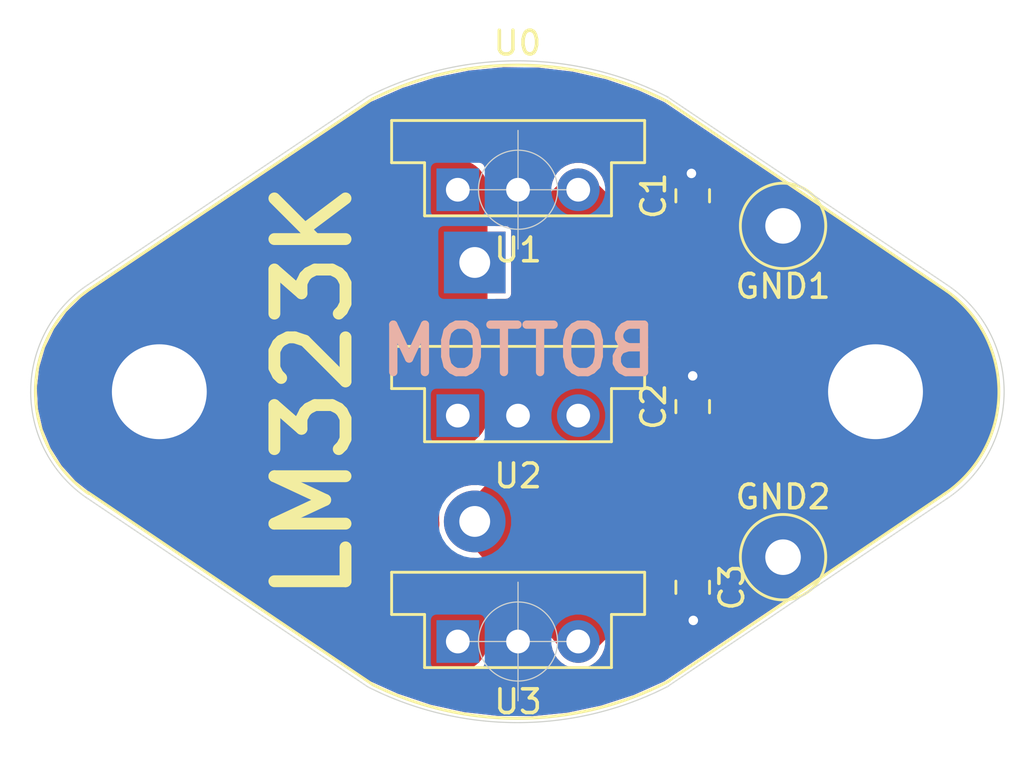
<source format=kicad_pcb>
(kicad_pcb (version 20171130) (host pcbnew "(5.1.2)-1")

  (general
    (thickness 1.6)
    (drawings 6)
    (tracks 105)
    (zones 0)
    (modules 9)
    (nets 4)
  )

  (page A4)
  (layers
    (0 F.Cu signal)
    (31 B.Cu signal hide)
    (32 B.Adhes user hide)
    (33 F.Adhes user hide)
    (34 B.Paste user hide)
    (35 F.Paste user hide)
    (36 B.SilkS user)
    (37 F.SilkS user)
    (38 B.Mask user hide)
    (39 F.Mask user hide)
    (40 Dwgs.User user hide)
    (41 Cmts.User user hide)
    (42 Eco1.User user hide)
    (43 Eco2.User user hide)
    (44 Edge.Cuts user)
    (45 Margin user hide)
    (46 B.CrtYd user hide)
    (47 F.CrtYd user hide)
    (48 B.Fab user)
    (49 F.Fab user)
  )

  (setup
    (last_trace_width 0.25)
    (user_trace_width 0.44)
    (user_trace_width 1.5)
    (user_trace_width 2)
    (user_trace_width 2.5)
    (trace_clearance 0.2)
    (zone_clearance 0.234)
    (zone_45_only no)
    (trace_min 0.2)
    (via_size 0.8)
    (via_drill 0.4)
    (via_min_size 0.4)
    (via_min_drill 0.3)
    (uvia_size 0.3)
    (uvia_drill 0.1)
    (uvias_allowed no)
    (uvia_min_size 0.2)
    (uvia_min_drill 0.1)
    (edge_width 0.05)
    (segment_width 0.2)
    (pcb_text_width 0.3)
    (pcb_text_size 1.5 1.5)
    (mod_edge_width 0.12)
    (mod_text_size 1 1)
    (mod_text_width 0.15)
    (pad_size 2.6 2.6)
    (pad_drill 1.3)
    (pad_to_mask_clearance 0.051)
    (solder_mask_min_width 0.25)
    (aux_axis_origin 95.504 48.641)
    (visible_elements 7FFFFFFF)
    (pcbplotparams
      (layerselection 0x010f0_ffffffff)
      (usegerberextensions false)
      (usegerberattributes false)
      (usegerberadvancedattributes false)
      (creategerberjobfile false)
      (excludeedgelayer true)
      (linewidth 0.100000)
      (plotframeref false)
      (viasonmask false)
      (mode 1)
      (useauxorigin false)
      (hpglpennumber 1)
      (hpglpenspeed 20)
      (hpglpendiameter 15.000000)
      (psnegative false)
      (psa4output false)
      (plotreference true)
      (plotvalue true)
      (plotinvisibletext false)
      (padsonsilk false)
      (subtractmaskfromsilk false)
      (outputformat 1)
      (mirror false)
      (drillshape 0)
      (scaleselection 1)
      (outputdirectory "gerber/"))
  )

  (net 0 "")
  (net 1 "Net-(C1-Pad1)")
  (net 2 GND)
  (net 3 "Net-(U0-Pad1)")

  (net_class Default "This is the default net class."
    (clearance 0.2)
    (trace_width 0.25)
    (via_dia 0.8)
    (via_drill 0.4)
    (uvia_dia 0.3)
    (uvia_drill 0.1)
    (add_net GND)
    (add_net "Net-(C1-Pad1)")
    (add_net "Net-(U0-Pad1)")
  )

  (module Capacitor_SMD:C_0805_2012Metric_Pad1.15x1.40mm_HandSolder (layer F.Cu) (tedit 5B36C52B) (tstamp 5E8BE166)
    (at 102.87 48.895 90)
    (descr "Capacitor SMD 0805 (2012 Metric), square (rectangular) end terminal, IPC_7351 nominal with elongated pad for handsoldering. (Body size source: https://docs.google.com/spreadsheets/d/1BsfQQcO9C6DZCsRaXUlFlo91Tg2WpOkGARC1WS5S8t0/edit?usp=sharing), generated with kicad-footprint-generator")
    (tags "capacitor handsolder")
    (path /5E8C3BC8)
    (attr smd)
    (fp_text reference C1 (at 0 -1.65 90) (layer F.SilkS)
      (effects (font (size 1 1) (thickness 0.15)))
    )
    (fp_text value C_Small (at 0 1.65 90) (layer F.Fab)
      (effects (font (size 1 1) (thickness 0.15)))
    )
    (fp_line (start -1 0.6) (end -1 -0.6) (layer F.Fab) (width 0.1))
    (fp_line (start -1 -0.6) (end 1 -0.6) (layer F.Fab) (width 0.1))
    (fp_line (start 1 -0.6) (end 1 0.6) (layer F.Fab) (width 0.1))
    (fp_line (start 1 0.6) (end -1 0.6) (layer F.Fab) (width 0.1))
    (fp_line (start -0.261252 -0.71) (end 0.261252 -0.71) (layer F.SilkS) (width 0.12))
    (fp_line (start -0.261252 0.71) (end 0.261252 0.71) (layer F.SilkS) (width 0.12))
    (fp_line (start -1.85 0.95) (end -1.85 -0.95) (layer F.CrtYd) (width 0.05))
    (fp_line (start -1.85 -0.95) (end 1.85 -0.95) (layer F.CrtYd) (width 0.05))
    (fp_line (start 1.85 -0.95) (end 1.85 0.95) (layer F.CrtYd) (width 0.05))
    (fp_line (start 1.85 0.95) (end -1.85 0.95) (layer F.CrtYd) (width 0.05))
    (fp_text user %R (at 0 0 90) (layer F.Fab)
      (effects (font (size 0.5 0.5) (thickness 0.08)))
    )
    (pad 1 smd roundrect (at -1.025 0 90) (size 1.15 1.4) (layers F.Cu F.Paste F.Mask) (roundrect_rratio 0.217391)
      (net 1 "Net-(C1-Pad1)"))
    (pad 2 smd roundrect (at 1.025 0 90) (size 1.15 1.4) (layers F.Cu F.Paste F.Mask) (roundrect_rratio 0.217391)
      (net 2 GND))
    (model ${KISYS3DMOD}/Capacitor_SMD.3dshapes/C_0805_2012Metric.wrl
      (at (xyz 0 0 0))
      (scale (xyz 1 1 1))
      (rotate (xyz 0 0 0))
    )
  )

  (module Capacitor_SMD:C_0805_2012Metric_Pad1.15x1.40mm_HandSolder (layer F.Cu) (tedit 5B36C52B) (tstamp 5E8BE177)
    (at 102.87 57.785 90)
    (descr "Capacitor SMD 0805 (2012 Metric), square (rectangular) end terminal, IPC_7351 nominal with elongated pad for handsoldering. (Body size source: https://docs.google.com/spreadsheets/d/1BsfQQcO9C6DZCsRaXUlFlo91Tg2WpOkGARC1WS5S8t0/edit?usp=sharing), generated with kicad-footprint-generator")
    (tags "capacitor handsolder")
    (path /5E8C685D)
    (attr smd)
    (fp_text reference C2 (at 0 -1.65 90) (layer F.SilkS)
      (effects (font (size 1 1) (thickness 0.15)))
    )
    (fp_text value C_Small (at 0 1.65 90) (layer F.Fab)
      (effects (font (size 1 1) (thickness 0.15)))
    )
    (fp_text user %R (at 0 0 90) (layer F.Fab)
      (effects (font (size 0.5 0.5) (thickness 0.08)))
    )
    (fp_line (start 1.85 0.95) (end -1.85 0.95) (layer F.CrtYd) (width 0.05))
    (fp_line (start 1.85 -0.95) (end 1.85 0.95) (layer F.CrtYd) (width 0.05))
    (fp_line (start -1.85 -0.95) (end 1.85 -0.95) (layer F.CrtYd) (width 0.05))
    (fp_line (start -1.85 0.95) (end -1.85 -0.95) (layer F.CrtYd) (width 0.05))
    (fp_line (start -0.261252 0.71) (end 0.261252 0.71) (layer F.SilkS) (width 0.12))
    (fp_line (start -0.261252 -0.71) (end 0.261252 -0.71) (layer F.SilkS) (width 0.12))
    (fp_line (start 1 0.6) (end -1 0.6) (layer F.Fab) (width 0.1))
    (fp_line (start 1 -0.6) (end 1 0.6) (layer F.Fab) (width 0.1))
    (fp_line (start -1 -0.6) (end 1 -0.6) (layer F.Fab) (width 0.1))
    (fp_line (start -1 0.6) (end -1 -0.6) (layer F.Fab) (width 0.1))
    (pad 2 smd roundrect (at 1.025 0 90) (size 1.15 1.4) (layers F.Cu F.Paste F.Mask) (roundrect_rratio 0.217391)
      (net 2 GND))
    (pad 1 smd roundrect (at -1.025 0 90) (size 1.15 1.4) (layers F.Cu F.Paste F.Mask) (roundrect_rratio 0.217391)
      (net 1 "Net-(C1-Pad1)"))
    (model ${KISYS3DMOD}/Capacitor_SMD.3dshapes/C_0805_2012Metric.wrl
      (at (xyz 0 0 0))
      (scale (xyz 1 1 1))
      (rotate (xyz 0 0 0))
    )
  )

  (module Capacitor_SMD:C_0805_2012Metric_Pad1.15x1.40mm_HandSolder (layer F.Cu) (tedit 5B36C52B) (tstamp 5E8BE188)
    (at 102.87 65.405 270)
    (descr "Capacitor SMD 0805 (2012 Metric), square (rectangular) end terminal, IPC_7351 nominal with elongated pad for handsoldering. (Body size source: https://docs.google.com/spreadsheets/d/1BsfQQcO9C6DZCsRaXUlFlo91Tg2WpOkGARC1WS5S8t0/edit?usp=sharing), generated with kicad-footprint-generator")
    (tags "capacitor handsolder")
    (path /5E8C7327)
    (attr smd)
    (fp_text reference C3 (at 0 -1.65 90) (layer F.SilkS)
      (effects (font (size 1 1) (thickness 0.15)))
    )
    (fp_text value C_Small (at 0 1.65 90) (layer F.Fab)
      (effects (font (size 1 1) (thickness 0.15)))
    )
    (fp_line (start -1 0.6) (end -1 -0.6) (layer F.Fab) (width 0.1))
    (fp_line (start -1 -0.6) (end 1 -0.6) (layer F.Fab) (width 0.1))
    (fp_line (start 1 -0.6) (end 1 0.6) (layer F.Fab) (width 0.1))
    (fp_line (start 1 0.6) (end -1 0.6) (layer F.Fab) (width 0.1))
    (fp_line (start -0.261252 -0.71) (end 0.261252 -0.71) (layer F.SilkS) (width 0.12))
    (fp_line (start -0.261252 0.71) (end 0.261252 0.71) (layer F.SilkS) (width 0.12))
    (fp_line (start -1.85 0.95) (end -1.85 -0.95) (layer F.CrtYd) (width 0.05))
    (fp_line (start -1.85 -0.95) (end 1.85 -0.95) (layer F.CrtYd) (width 0.05))
    (fp_line (start 1.85 -0.95) (end 1.85 0.95) (layer F.CrtYd) (width 0.05))
    (fp_line (start 1.85 0.95) (end -1.85 0.95) (layer F.CrtYd) (width 0.05))
    (fp_text user %R (at 0 0 90) (layer F.Fab)
      (effects (font (size 0.5 0.5) (thickness 0.08)))
    )
    (pad 1 smd roundrect (at -1.025 0 270) (size 1.15 1.4) (layers F.Cu F.Paste F.Mask) (roundrect_rratio 0.217391)
      (net 1 "Net-(C1-Pad1)"))
    (pad 2 smd roundrect (at 1.025 0 270) (size 1.15 1.4) (layers F.Cu F.Paste F.Mask) (roundrect_rratio 0.217391)
      (net 2 GND))
    (model ${KISYS3DMOD}/Capacitor_SMD.3dshapes/C_0805_2012Metric.wrl
      (at (xyz 0 0 0))
      (scale (xyz 1 1 1))
      (rotate (xyz 0 0 0))
    )
  )

  (module CPU2:TO-3 (layer F.Cu) (tedit 5E8BA0BB) (tstamp 5E8BE1AC)
    (at 93.67833 51.708226)
    (descr "Transistor TO-3")
    (tags "TR TO-3 TO3 TO-204")
    (path /5E8BAE77)
    (fp_text reference U0 (at 1.8 -9.25) (layer F.SilkS)
      (effects (font (size 1 1) (thickness 0.15)))
    )
    (fp_text value LM323K (at 0 6.5) (layer F.Fab)
      (effects (font (size 1 1) (thickness 0.15)))
    )
    (fp_text user %R (at 0 4.25) (layer F.Fab)
      (effects (font (size 1 1) (thickness 0.15)))
    )
    (fp_line (start -4.38 -6.67) (end -16.11 1.32) (layer F.Fab) (width 0.1))
    (fp_line (start -4.38 17.57) (end -16.11 9.58) (layer F.Fab) (width 0.1))
    (fp_line (start 7.98 -6.67) (end 19.71 1.32) (layer F.Fab) (width 0.1))
    (fp_line (start 7.98 17.56) (end 19.71 9.58) (layer F.Fab) (width 0.1))
    (fp_line (start -4.3 -6.9) (end -16.2 1.1) (layer F.SilkS) (width 0.12))
    (fp_line (start -4.3 17.8) (end -16.3 9.7) (layer F.SilkS) (width 0.12))
    (fp_line (start 8.1 -6.8) (end 19.9 1.2) (layer F.SilkS) (width 0.12))
    (fp_line (start 8.1 17.7) (end 19.9 9.7) (layer F.SilkS) (width 0.12))
    (fp_line (start -4.5 -7) (end -16.4 1) (layer Edge.Cuts) (width 0.05))
    (fp_line (start -4.5 17.9) (end -16.4 9.9) (layer Edge.Cuts) (width 0.05))
    (fp_line (start 8.1 -7) (end 20 1) (layer Edge.Cuts) (width 0.05))
    (fp_line (start 8.1 17.9) (end 20 9.9) (layer Edge.Cuts) (width 0.05))
    (fp_circle (center 1.8 5.45) (end 11.8 5.45) (layer F.Fab) (width 0.1))
    (fp_circle (center -13.3 5.45) (end -15.3 5.45) (layer F.Fab) (width 0.1))
    (fp_circle (center 16.9 5.45) (end 18.9 5.45) (layer F.Fab) (width 0.1))
    (fp_arc (start 1.8 5.45) (end -4.38 -6.67) (angle 54) (layer F.Fab) (width 0.1))
    (fp_arc (start 1.8 5.45) (end -4.38 17.57) (angle -54) (layer F.Fab) (width 0.1))
    (fp_arc (start -13.3 5.45) (end -16.11 1.32) (angle -111.6) (layer F.Fab) (width 0.1))
    (fp_arc (start 16.9 5.45) (end 19.71 1.32) (angle 111.6) (layer F.Fab) (width 0.1))
    (fp_arc (start 1.8 5.45) (end -4.3 -6.9) (angle 54) (layer F.SilkS) (width 0.12))
    (fp_arc (start 1.8 5.45) (end -4.3 17.8) (angle -54) (layer F.SilkS) (width 0.12))
    (fp_arc (start -13.3 5.45) (end -16.2 1.1) (angle -111.6) (layer F.SilkS) (width 0.12))
    (fp_arc (start 16.9 5.45) (end 19.9 1.2) (angle 111.6) (layer F.SilkS) (width 0.12))
    (fp_arc (start 1.8 5.45) (end -4.5 -7) (angle 54) (layer Edge.Cuts) (width 0.05))
    (fp_arc (start 1.8 5.45) (end -4.5 17.9) (angle -54) (layer Edge.Cuts) (width 0.05))
    (fp_arc (start -13.3 5.45) (end -16.4 1) (angle -111.6) (layer Edge.Cuts) (width 0.05))
    (fp_arc (start 16.9 5.45) (end 20 1) (angle 111.6) (layer Edge.Cuts) (width 0.05))
    (pad 1 thru_hole rect (at 0 0) (size 2.6 2.6) (drill 1.3) (layers *.Cu *.Mask)
      (net 3 "Net-(U0-Pad1)"))
    (pad 2 thru_hole circle (at 0 10.92) (size 2.6 2.6) (drill 1.3) (layers *.Cu *.Mask)
      (net 1 "Net-(C1-Pad1)"))
    (pad 3 thru_hole circle (at -13.3 5.45) (size 6.35 6.35) (drill 4) (layers *.Cu *.Mask)
      (net 2 GND))
    (pad 3 thru_hole circle (at 16.9 5.45) (size 6.35 6.35) (drill 4) (layers *.Cu *.Mask)
      (net 2 GND))
    (model ${KISYS3DMOD}/Package_TO_SOT_THT.3dshapes/TO-3.wrl
      (at (xyz 0 0 0))
      (scale (xyz 1 1 1))
      (rotate (xyz 0 0 0))
    )
  )

  (module Converter_DCDC:Converter_DCDC_muRata_OKI-78SR_Vertical (layer F.Cu) (tedit 5BAE2432) (tstamp 5E8BE1D3)
    (at 92.964 48.641)
    (descr https://power.murata.com/data/power/oki-78sr.pdf)
    (tags "78sr3.3 78sr5 78sr9 78sr12 78srXX")
    (path /5E8BC825)
    (fp_text reference U1 (at 2.54 2.54 180) (layer F.SilkS)
      (effects (font (size 1 1) (thickness 0.15)))
    )
    (fp_text value 78SR (at 2.54 4.445 180) (layer F.Fab)
      (effects (font (size 1 1) (thickness 0.15)))
    )
    (fp_line (start -2.91 -5.44) (end -2.91 3.41) (layer F.CrtYd) (width 0.05))
    (fp_line (start 8 -5.44) (end -2.91 -5.44) (layer F.CrtYd) (width 0.05))
    (fp_line (start 8 3.41) (end 8 -5.44) (layer F.CrtYd) (width 0.05))
    (fp_line (start -2.91 3.41) (end 8 3.41) (layer F.CrtYd) (width 0.05))
    (fp_line (start -1.4 -1.14) (end -2.79 -1.14) (layer F.SilkS) (width 0.12))
    (fp_line (start -1.4 1.1) (end -1.4 -1.14) (layer F.SilkS) (width 0.12))
    (fp_line (start 6.48 1.1) (end -1.4 1.1) (layer F.SilkS) (width 0.12))
    (fp_line (start 6.48 -1.14) (end 6.48 1.1) (layer F.SilkS) (width 0.12))
    (fp_line (start 7.88 -1.14) (end 6.48 -1.14) (layer F.SilkS) (width 0.12))
    (fp_line (start 7.747 3.302) (end -2.667 3.302) (layer F.Fab) (width 0.1))
    (fp_line (start 7.747 -1.27) (end 7.747 3.302) (layer F.Fab) (width 0.1))
    (fp_line (start 7.747 -2.794) (end 7.747 -1.27) (layer F.Fab) (width 0.1))
    (fp_line (start -1.27 0.762) (end -1.27 -1.27) (layer F.Fab) (width 0.1))
    (fp_line (start 6.35 -1.27) (end 6.35 0.762) (layer F.Fab) (width 0.1))
    (fp_line (start 5.4864 0.762) (end 6.35 0.762) (layer F.Fab) (width 0.1))
    (fp_line (start 2.9464 0.762) (end 4.6736 0.762) (layer F.Fab) (width 0.1))
    (fp_line (start 0.4064 0.762) (end 2.1336 0.762) (layer F.Fab) (width 0.1))
    (fp_line (start -1.27 0.762) (end -0.4064 0.762) (layer F.Fab) (width 0.1))
    (fp_line (start 0.4064 0.762) (end -0.4064 0.762) (layer F.Fab) (width 0.1))
    (fp_line (start 2.9464 0.762) (end 2.1336 0.762) (layer F.Fab) (width 0.1))
    (fp_line (start 5.4864 0.762) (end 4.6736 0.762) (layer F.Fab) (width 0.1))
    (fp_line (start 7.366 -2.794) (end 7.366 -5.334) (layer F.Fab) (width 0.1))
    (fp_line (start 7.366 -5.334) (end -2.286 -5.334) (layer F.Fab) (width 0.1))
    (fp_line (start -2.286 -5.334) (end -2.286 -2.794) (layer F.Fab) (width 0.1))
    (fp_line (start -2.667 -2.794) (end 7.747 -2.794) (layer F.Fab) (width 0.1))
    (fp_line (start -2.667 -2.794) (end -2.667 -1.27) (layer F.Fab) (width 0.1))
    (fp_line (start -2.667 -1.27) (end 7.747 -1.27) (layer F.Fab) (width 0.1))
    (fp_line (start -2.667 -1.27) (end -2.667 3.302) (layer F.Fab) (width 0.1))
    (fp_text user %R (at 2.54 -1.9558 180) (layer F.Fab)
      (effects (font (size 1 1) (thickness 0.15)))
    )
    (fp_line (start 7.88 -1.15) (end 7.88 -2.92) (layer F.SilkS) (width 0.12))
    (fp_line (start 7.88 -2.92) (end -2.79 -2.92) (layer F.SilkS) (width 0.12))
    (fp_line (start -2.79 -2.92) (end -2.79 -1.14) (layer F.SilkS) (width 0.12))
    (pad 1 thru_hole rect (at 0 0) (size 1.8 1.8) (drill 1) (layers *.Cu *.Mask)
      (net 3 "Net-(U0-Pad1)"))
    (pad 2 thru_hole circle (at 2.54 0) (size 1.8 1.8) (drill 1) (layers *.Cu *.Mask)
      (net 2 GND))
    (pad 3 thru_hole circle (at 5.08 0) (size 1.8 1.8) (drill 1) (layers *.Cu *.Mask)
      (net 1 "Net-(C1-Pad1)"))
    (model ${KISYS3DMOD}/Converter_DCDC.3dshapes/Converter_DCDC_muRata_OKI-78sr_vertical.wrl
      (at (xyz 0 0 0))
      (scale (xyz 1 1 1))
      (rotate (xyz 0 0 0))
    )
  )

  (module Converter_DCDC:Converter_DCDC_muRata_OKI-78SR_Vertical (layer F.Cu) (tedit 5BAE2432) (tstamp 5E8BE1FA)
    (at 92.964 58.166)
    (descr https://power.murata.com/data/power/oki-78sr.pdf)
    (tags "78sr3.3 78sr5 78sr9 78sr12 78srXX")
    (path /5E8BC14B)
    (fp_text reference U2 (at 2.54 2.54 180) (layer F.SilkS)
      (effects (font (size 1 1) (thickness 0.15)))
    )
    (fp_text value L7805 (at 2.54 4.445 180) (layer F.Fab)
      (effects (font (size 1 1) (thickness 0.15)))
    )
    (fp_line (start -2.79 -2.92) (end -2.79 -1.14) (layer F.SilkS) (width 0.12))
    (fp_line (start 7.88 -2.92) (end -2.79 -2.92) (layer F.SilkS) (width 0.12))
    (fp_line (start 7.88 -1.15) (end 7.88 -2.92) (layer F.SilkS) (width 0.12))
    (fp_text user %R (at 2.54 -1.9558 180) (layer F.Fab)
      (effects (font (size 1 1) (thickness 0.15)))
    )
    (fp_line (start -2.667 -1.27) (end -2.667 3.302) (layer F.Fab) (width 0.1))
    (fp_line (start -2.667 -1.27) (end 7.747 -1.27) (layer F.Fab) (width 0.1))
    (fp_line (start -2.667 -2.794) (end -2.667 -1.27) (layer F.Fab) (width 0.1))
    (fp_line (start -2.667 -2.794) (end 7.747 -2.794) (layer F.Fab) (width 0.1))
    (fp_line (start -2.286 -5.334) (end -2.286 -2.794) (layer F.Fab) (width 0.1))
    (fp_line (start 7.366 -5.334) (end -2.286 -5.334) (layer F.Fab) (width 0.1))
    (fp_line (start 7.366 -2.794) (end 7.366 -5.334) (layer F.Fab) (width 0.1))
    (fp_line (start 5.4864 0.762) (end 4.6736 0.762) (layer F.Fab) (width 0.1))
    (fp_line (start 2.9464 0.762) (end 2.1336 0.762) (layer F.Fab) (width 0.1))
    (fp_line (start 0.4064 0.762) (end -0.4064 0.762) (layer F.Fab) (width 0.1))
    (fp_line (start -1.27 0.762) (end -0.4064 0.762) (layer F.Fab) (width 0.1))
    (fp_line (start 0.4064 0.762) (end 2.1336 0.762) (layer F.Fab) (width 0.1))
    (fp_line (start 2.9464 0.762) (end 4.6736 0.762) (layer F.Fab) (width 0.1))
    (fp_line (start 5.4864 0.762) (end 6.35 0.762) (layer F.Fab) (width 0.1))
    (fp_line (start 6.35 -1.27) (end 6.35 0.762) (layer F.Fab) (width 0.1))
    (fp_line (start -1.27 0.762) (end -1.27 -1.27) (layer F.Fab) (width 0.1))
    (fp_line (start 7.747 -2.794) (end 7.747 -1.27) (layer F.Fab) (width 0.1))
    (fp_line (start 7.747 -1.27) (end 7.747 3.302) (layer F.Fab) (width 0.1))
    (fp_line (start 7.747 3.302) (end -2.667 3.302) (layer F.Fab) (width 0.1))
    (fp_line (start 7.88 -1.14) (end 6.48 -1.14) (layer F.SilkS) (width 0.12))
    (fp_line (start 6.48 -1.14) (end 6.48 1.1) (layer F.SilkS) (width 0.12))
    (fp_line (start 6.48 1.1) (end -1.4 1.1) (layer F.SilkS) (width 0.12))
    (fp_line (start -1.4 1.1) (end -1.4 -1.14) (layer F.SilkS) (width 0.12))
    (fp_line (start -1.4 -1.14) (end -2.79 -1.14) (layer F.SilkS) (width 0.12))
    (fp_line (start -2.91 3.41) (end 8 3.41) (layer F.CrtYd) (width 0.05))
    (fp_line (start 8 3.41) (end 8 -5.44) (layer F.CrtYd) (width 0.05))
    (fp_line (start 8 -5.44) (end -2.91 -5.44) (layer F.CrtYd) (width 0.05))
    (fp_line (start -2.91 -5.44) (end -2.91 3.41) (layer F.CrtYd) (width 0.05))
    (pad 3 thru_hole circle (at 5.08 0) (size 1.8 1.8) (drill 1) (layers *.Cu *.Mask)
      (net 1 "Net-(C1-Pad1)"))
    (pad 2 thru_hole circle (at 2.54 0) (size 1.8 1.8) (drill 1) (layers *.Cu *.Mask)
      (net 2 GND))
    (pad 1 thru_hole rect (at 0 0) (size 1.8 1.8) (drill 1) (layers *.Cu *.Mask)
      (net 3 "Net-(U0-Pad1)"))
    (model ${KISYS3DMOD}/Converter_DCDC.3dshapes/Converter_DCDC_muRata_OKI-78sr_vertical.wrl
      (at (xyz 0 0 0))
      (scale (xyz 1 1 1))
      (rotate (xyz 0 0 0))
    )
  )

  (module Converter_DCDC:Converter_DCDC_muRata_OKI-78SR_Vertical (layer F.Cu) (tedit 5BAE2432) (tstamp 5E8BE221)
    (at 92.964 67.691)
    (descr https://power.murata.com/data/power/oki-78sr.pdf)
    (tags "78sr3.3 78sr5 78sr9 78sr12 78srXX")
    (path /5E8C304E)
    (fp_text reference U3 (at 2.54 2.54 180) (layer F.SilkS)
      (effects (font (size 1 1) (thickness 0.15)))
    )
    (fp_text value L7805 (at 2.54 4.445 180) (layer F.Fab)
      (effects (font (size 1 1) (thickness 0.15)))
    )
    (fp_line (start -2.79 -2.92) (end -2.79 -1.14) (layer F.SilkS) (width 0.12))
    (fp_line (start 7.88 -2.92) (end -2.79 -2.92) (layer F.SilkS) (width 0.12))
    (fp_line (start 7.88 -1.15) (end 7.88 -2.92) (layer F.SilkS) (width 0.12))
    (fp_text user %R (at 2.54 -1.9558 180) (layer F.Fab)
      (effects (font (size 1 1) (thickness 0.15)))
    )
    (fp_line (start -2.667 -1.27) (end -2.667 3.302) (layer F.Fab) (width 0.1))
    (fp_line (start -2.667 -1.27) (end 7.747 -1.27) (layer F.Fab) (width 0.1))
    (fp_line (start -2.667 -2.794) (end -2.667 -1.27) (layer F.Fab) (width 0.1))
    (fp_line (start -2.667 -2.794) (end 7.747 -2.794) (layer F.Fab) (width 0.1))
    (fp_line (start -2.286 -5.334) (end -2.286 -2.794) (layer F.Fab) (width 0.1))
    (fp_line (start 7.366 -5.334) (end -2.286 -5.334) (layer F.Fab) (width 0.1))
    (fp_line (start 7.366 -2.794) (end 7.366 -5.334) (layer F.Fab) (width 0.1))
    (fp_line (start 5.4864 0.762) (end 4.6736 0.762) (layer F.Fab) (width 0.1))
    (fp_line (start 2.9464 0.762) (end 2.1336 0.762) (layer F.Fab) (width 0.1))
    (fp_line (start 0.4064 0.762) (end -0.4064 0.762) (layer F.Fab) (width 0.1))
    (fp_line (start -1.27 0.762) (end -0.4064 0.762) (layer F.Fab) (width 0.1))
    (fp_line (start 0.4064 0.762) (end 2.1336 0.762) (layer F.Fab) (width 0.1))
    (fp_line (start 2.9464 0.762) (end 4.6736 0.762) (layer F.Fab) (width 0.1))
    (fp_line (start 5.4864 0.762) (end 6.35 0.762) (layer F.Fab) (width 0.1))
    (fp_line (start 6.35 -1.27) (end 6.35 0.762) (layer F.Fab) (width 0.1))
    (fp_line (start -1.27 0.762) (end -1.27 -1.27) (layer F.Fab) (width 0.1))
    (fp_line (start 7.747 -2.794) (end 7.747 -1.27) (layer F.Fab) (width 0.1))
    (fp_line (start 7.747 -1.27) (end 7.747 3.302) (layer F.Fab) (width 0.1))
    (fp_line (start 7.747 3.302) (end -2.667 3.302) (layer F.Fab) (width 0.1))
    (fp_line (start 7.88 -1.14) (end 6.48 -1.14) (layer F.SilkS) (width 0.12))
    (fp_line (start 6.48 -1.14) (end 6.48 1.1) (layer F.SilkS) (width 0.12))
    (fp_line (start 6.48 1.1) (end -1.4 1.1) (layer F.SilkS) (width 0.12))
    (fp_line (start -1.4 1.1) (end -1.4 -1.14) (layer F.SilkS) (width 0.12))
    (fp_line (start -1.4 -1.14) (end -2.79 -1.14) (layer F.SilkS) (width 0.12))
    (fp_line (start -2.91 3.41) (end 8 3.41) (layer F.CrtYd) (width 0.05))
    (fp_line (start 8 3.41) (end 8 -5.44) (layer F.CrtYd) (width 0.05))
    (fp_line (start 8 -5.44) (end -2.91 -5.44) (layer F.CrtYd) (width 0.05))
    (fp_line (start -2.91 -5.44) (end -2.91 3.41) (layer F.CrtYd) (width 0.05))
    (pad 3 thru_hole circle (at 5.08 0) (size 1.8 1.8) (drill 1) (layers *.Cu *.Mask)
      (net 1 "Net-(C1-Pad1)"))
    (pad 2 thru_hole circle (at 2.54 0) (size 1.8 1.8) (drill 1) (layers *.Cu *.Mask)
      (net 2 GND))
    (pad 1 thru_hole rect (at 0 0) (size 1.8 1.8) (drill 1) (layers *.Cu *.Mask)
      (net 3 "Net-(U0-Pad1)"))
    (model ${KISYS3DMOD}/Converter_DCDC.3dshapes/Converter_DCDC_muRata_OKI-78sr_vertical.wrl
      (at (xyz 0 0 0))
      (scale (xyz 1 1 1))
      (rotate (xyz 0 0 0))
    )
  )

  (module Connector_Pin:Pin_D1.3mm_L11.0mm_LooseFit (layer F.Cu) (tedit 5A1DC085) (tstamp 5E8BA842)
    (at 106.68 50.165)
    (descr "solder Pin_ diameter 1.3mm, hole diameter 1.5mm (loose fit), length 11.0mm")
    (tags "solder Pin_ loose fit")
    (path /5E8BB04A)
    (fp_text reference GND1 (at 0 2.55) (layer F.SilkS)
      (effects (font (size 1 1) (thickness 0.15)))
    )
    (fp_text value Conn_01x01 (at 0 -2.05) (layer F.Fab)
      (effects (font (size 1 1) (thickness 0.15)))
    )
    (fp_text user %R (at 0 2.55) (layer F.Fab)
      (effects (font (size 1 1) (thickness 0.15)))
    )
    (fp_circle (center 0 0) (end 2 0) (layer F.CrtYd) (width 0.05))
    (fp_circle (center 0 0) (end 0.65 -0.05) (layer F.Fab) (width 0.12))
    (fp_circle (center 0 0) (end 1.25 -0.05) (layer F.Fab) (width 0.12))
    (fp_circle (center 0 0) (end 1.8 0.05) (layer F.SilkS) (width 0.12))
    (pad 1 thru_hole circle (at 0 0) (size 3 3) (drill 1.5) (layers *.Cu *.Mask)
      (net 2 GND))
    (model ${KISYS3DMOD}/Connector_Pin.3dshapes/Pin_D1.3mm_L11.0mm_LooseFit.wrl
      (at (xyz 0 0 0))
      (scale (xyz 1 1 1))
      (rotate (xyz 0 0 0))
    )
  )

  (module Connector_Pin:Pin_D1.3mm_L11.0mm_LooseFit (layer F.Cu) (tedit 5A1DC085) (tstamp 5E8BA8C6)
    (at 106.68 64.135)
    (descr "solder Pin_ diameter 1.3mm, hole diameter 1.5mm (loose fit), length 11.0mm")
    (tags "solder Pin_ loose fit")
    (path /5E8BB583)
    (fp_text reference GND2 (at 0 -2.54) (layer F.SilkS)
      (effects (font (size 1 1) (thickness 0.15)))
    )
    (fp_text value Conn_01x01 (at 0 -2.05) (layer F.Fab)
      (effects (font (size 1 1) (thickness 0.15)))
    )
    (fp_text user %R (at 0 2.55) (layer F.Fab)
      (effects (font (size 1 1) (thickness 0.15)))
    )
    (fp_circle (center 0 0) (end 2 0) (layer F.CrtYd) (width 0.05))
    (fp_circle (center 0 0) (end 0.65 -0.05) (layer F.Fab) (width 0.12))
    (fp_circle (center 0 0) (end 1.25 -0.05) (layer F.Fab) (width 0.12))
    (fp_circle (center 0 0) (end 1.8 0.05) (layer F.SilkS) (width 0.12))
    (pad 1 thru_hole circle (at 0 0) (size 3 3) (drill 1.5) (layers *.Cu *.Mask)
      (net 2 GND))
    (model ${KISYS3DMOD}/Connector_Pin.3dshapes/Pin_D1.3mm_L11.0mm_LooseFit.wrl
      (at (xyz 0 0 0))
      (scale (xyz 1 1 1))
      (rotate (xyz 0 0 0))
    )
  )

  (gr_text BOTTOM (at 95.5294 55.4228) (layer B.SilkS)
    (effects (font (size 2 2) (thickness 0.35)) (justify mirror))
  )
  (gr_text LM323K (at 86.868 57.15 90) (layer F.SilkS)
    (effects (font (size 3 3) (thickness 0.5)))
  )
  (target plus (at 95.504 67.691) (size 5) (width 0.05) (layer Edge.Cuts) (tstamp 5E8BF5D8))
  (target plus (at 95.504 48.641) (size 5) (width 0.05) (layer Edge.Cuts))
  (gr_poly (pts (xy 101.6 38.1) (xy 116.84 38.1) (xy 116.84 76.2) (xy 101.6 76.2)) (layer B.Mask) (width 0.1) (tstamp 5E8BF55E))
  (gr_poly (pts (xy 73.66 38.1) (xy 88.9 38.1) (xy 88.9 76.2) (xy 73.66 76.2)) (layer B.Mask) (width 0.1))

  (segment (start 100.575 57.54) (end 100.575 51.698) (width 1.5) (layer F.Cu) (net 1) (tstamp 5E8BF4A8))
  (segment (start 101.981 50.165) (end 100.838 51.308) (width 1.5) (layer F.Cu) (net 1) (tstamp 5E8BF37C))
  (segment (start 101.473 58.928) (end 100.33 60.071) (width 1.5) (layer F.Cu) (net 1) (tstamp 5E8BF37C))
  (segment (start 94.56733 61.739226) (end 98.933 66.802) (width 1.5) (layer F.Cu) (net 1) (tstamp 5E8BF13E) (status 10))
  (segment (start 93.67833 62.628226) (end 98.044 67.691) (width 1.5) (layer F.Cu) (net 1) (tstamp 5E8BEEE0) (status 30))
  (segment (start 100.33 58.928) (end 100.33 63.928) (width 1.5) (layer F.Cu) (net 1) (tstamp 5E8BEEE0))
  (segment (start 98.044 48.641) (end 98.044 62.103) (width 1.5) (layer F.Cu) (net 1) (tstamp 5E8BEEE0) (status 10))
  (segment (start 97.409 50.165) (end 97.409 63.627) (width 1.5) (layer F.Cu) (net 1))
  (segment (start 98.044 48.641) (end 99.323 49.92) (width 1.5) (layer F.Cu) (net 1) (status 10))
  (segment (start 98.044 58.166) (end 98.688 58.81) (width 1.5) (layer F.Cu) (net 1) (status 10))
  (segment (start 101.355 64.38) (end 102.87 64.38) (width 1.5) (layer F.Cu) (net 1) (status 20))
  (segment (start 93.67833 62.628226) (end 96.121774 62.628226) (width 1.5) (layer F.Cu) (net 1) (status 10))
  (segment (start 101.355 64.38) (end 101.355 64.017) (width 1.5) (layer F.Cu) (net 1))
  (segment (start 99.305 58.81) (end 98.044 60.071) (width 1.5) (layer F.Cu) (net 1))
  (segment (start 99.704 58.81) (end 99.305 58.81) (width 1.5) (layer F.Cu) (net 1))
  (segment (start 98.044 60.071) (end 98.044 58.166) (width 1.5) (layer F.Cu) (net 1) (status 20))
  (segment (start 98.044 60.706) (end 98.044 60.071) (width 1.5) (layer F.Cu) (net 1))
  (segment (start 98.688 58.81) (end 99.704 58.81) (width 1.5) (layer F.Cu) (net 1))
  (segment (start 98.933 59.182) (end 99.305 58.81) (width 1.5) (layer F.Cu) (net 1))
  (segment (start 98.933 61.595) (end 98.044 60.706) (width 1.5) (layer F.Cu) (net 1))
  (segment (start 98.933 59.581) (end 99.704 58.81) (width 1.5) (layer F.Cu) (net 1))
  (segment (start 98.933 60.325) (end 98.933 59.581) (width 1.5) (layer F.Cu) (net 1))
  (segment (start 98.933 60.325) (end 98.933 59.182) (width 1.5) (layer F.Cu) (net 1))
  (segment (start 98.933 61.595) (end 98.933 60.325) (width 1.5) (layer F.Cu) (net 1))
  (segment (start 98.806 61.722) (end 98.933 61.595) (width 1.5) (layer F.Cu) (net 1))
  (segment (start 97.028 61.722) (end 98.806 61.722) (width 1.5) (layer F.Cu) (net 1))
  (segment (start 97.028 61.722) (end 98.044 60.706) (width 1.5) (layer F.Cu) (net 1))
  (segment (start 96.121774 62.628226) (end 97.028 61.722) (width 1.5) (layer F.Cu) (net 1))
  (segment (start 100.457 63.246) (end 100.5205 63.1825) (width 1.5) (layer F.Cu) (net 1))
  (segment (start 100.5205 63.1825) (end 98.933 61.595) (width 1.5) (layer F.Cu) (net 1))
  (segment (start 101.355 64.017) (end 100.5205 63.1825) (width 1.5) (layer F.Cu) (net 1))
  (segment (start 100.457 65.278) (end 101.355 64.38) (width 1.5) (layer F.Cu) (net 1))
  (segment (start 98.044 67.691) (end 100.457 65.278) (width 1.5) (layer F.Cu) (net 1) (status 10))
  (segment (start 94.978329 61.328227) (end 95.516773 61.328227) (width 1.5) (layer F.Cu) (net 1))
  (segment (start 93.67833 62.628226) (end 94.978329 61.328227) (width 1.5) (layer F.Cu) (net 1) (status 10))
  (segment (start 95.516773 61.328227) (end 97.282 59.563) (width 1.5) (layer F.Cu) (net 1))
  (segment (start 97.144001 59.065999) (end 98.044 58.166) (width 1.5) (layer F.Cu) (net 1) (status 20))
  (segment (start 97.144001 59.425001) (end 97.144001 59.065999) (width 1.5) (layer F.Cu) (net 1))
  (segment (start 97.282 59.563) (end 97.144001 59.425001) (width 1.5) (layer F.Cu) (net 1))
  (segment (start 96.121774 62.628226) (end 98.696226 62.628226) (width 1.5) (layer F.Cu) (net 1))
  (segment (start 100.457 65.278) (end 100.457 64.389) (width 1.5) (layer F.Cu) (net 1))
  (segment (start 100.457 64.389) (end 100.457 63.246) (width 1.5) (layer F.Cu) (net 1))
  (segment (start 99.187 65.275208) (end 99.187 63.119) (width 1.5) (layer F.Cu) (net 1))
  (segment (start 98.044 66.418208) (end 99.187 65.275208) (width 1.5) (layer F.Cu) (net 1))
  (segment (start 98.044 67.691) (end 98.044 66.418208) (width 1.5) (layer F.Cu) (net 1) (status 10))
  (segment (start 98.696226 62.628226) (end 99.187 63.119) (width 1.5) (layer F.Cu) (net 1))
  (segment (start 99.187 63.119) (end 100.457 64.389) (width 1.5) (layer F.Cu) (net 1))
  (segment (start 96.283226 62.628226) (end 98.044 64.389) (width 1.5) (layer F.Cu) (net 1))
  (segment (start 96.121774 62.628226) (end 96.283226 62.628226) (width 1.5) (layer F.Cu) (net 1))
  (segment (start 98.044 67.691) (end 98.044 64.389) (width 1.5) (layer F.Cu) (net 1) (status 10))
  (segment (start 98.044 64.389) (end 98.044 58.166) (width 1.5) (layer F.Cu) (net 1) (status 20))
  (segment (start 99.305 49.938) (end 99.323 49.92) (width 1.5) (layer F.Cu) (net 1))
  (segment (start 102.108 58.547) (end 100.965 57.404) (width 1.5) (layer F.Cu) (net 1))
  (segment (start 100.974 58.81) (end 100.448 58.81) (width 1.5) (layer F.Cu) (net 1))
  (segment (start 99.305 58.81) (end 99.305 57.667) (width 1.5) (layer F.Cu) (net 1))
  (segment (start 100.974 58.81) (end 102.87 58.81) (width 1.5) (layer F.Cu) (net 1) (status 20))
  (segment (start 99.704 58.81) (end 100.974 58.81) (width 1.5) (layer F.Cu) (net 1))
  (segment (start 99.432 51.825) (end 101.337 49.92) (width 1.5) (layer F.Cu) (net 1))
  (segment (start 99.305 51.825) (end 99.432 51.825) (width 1.5) (layer F.Cu) (net 1))
  (segment (start 101.337 49.92) (end 102.87 49.92) (width 1.5) (layer F.Cu) (net 1) (status 20))
  (segment (start 99.323 49.92) (end 101.337 49.92) (width 1.5) (layer F.Cu) (net 1))
  (segment (start 99.305 51.825) (end 99.305 49.938) (width 1.5) (layer F.Cu) (net 1))
  (segment (start 99.305 57.667) (end 99.305 51.825) (width 1.5) (layer F.Cu) (net 1))
  (segment (start 97.144001 57.266001) (end 97.144001 56.652999) (width 1.5) (layer F.Cu) (net 1))
  (segment (start 98.044 58.166) (end 97.144001 57.266001) (width 1.5) (layer F.Cu) (net 1) (status 10))
  (segment (start 97.144001 56.652999) (end 97.155 56.642) (width 1.5) (layer F.Cu) (net 1))
  (segment (start 97.155 56.642) (end 97.155 50.165) (width 1.5) (layer F.Cu) (net 1))
  (segment (start 97.144001 49.540999) (end 98.044 48.641) (width 1.5) (layer F.Cu) (net 1) (status 20))
  (segment (start 97.144001 50.154001) (end 97.144001 49.540999) (width 1.5) (layer F.Cu) (net 1))
  (segment (start 97.155 50.165) (end 97.144001 50.154001) (width 1.5) (layer F.Cu) (net 1))
  (via (at 102.8954 66.802) (size 0.8) (drill 0.4) (layers F.Cu B.Cu) (net 2) (status 30))
  (via (at 102.87 56.4896) (size 0.8) (drill 0.4) (layers F.Cu B.Cu) (net 2) (status 30))
  (segment (start 96.644208 46.228) (end 100.139166 46.228) (width 1.5) (layer F.Cu) (net 2))
  (segment (start 95.504 48.641) (end 95.504 47.368208) (width 1.5) (layer F.Cu) (net 2) (status 10))
  (segment (start 95.504 47.368208) (end 96.644208 46.228) (width 1.5) (layer F.Cu) (net 2))
  (segment (start 100.139166 46.228) (end 102.816727 47.952707) (width 1.5) (layer F.Cu) (net 2) (status 20))
  (via (at 102.816727 47.952707) (size 0.8) (drill 0.4) (layers F.Cu B.Cu) (net 2) (status 30))
  (segment (start 88.515329 58.670329) (end 88.515329 53.216671) (width 2.5) (layer F.Cu) (net 3) (tstamp 5E8BF1CF))
  (segment (start 90.928329 55.622329) (end 90.928329 50.168671) (width 2.5) (layer F.Cu) (net 3) (tstamp 5E8BF1CF))
  (segment (start 90.928329 60.702329) (end 90.928329 55.248671) (width 2.5) (layer F.Cu) (net 3) (tstamp 5E8BF1CF))
  (segment (start 92.964 52.422556) (end 93.67833 51.708226) (width 2.5) (layer F.Cu) (net 3) (status 30))
  (segment (start 92.964 58.166) (end 92.964 52.422556) (width 2.5) (layer F.Cu) (net 3) (status 30))
  (segment (start 92.964 50.993896) (end 92.964 48.641) (width 2.5) (layer F.Cu) (net 3) (status 30))
  (segment (start 93.67833 51.708226) (end 92.964 50.993896) (width 2.5) (layer F.Cu) (net 3) (status 30))
  (segment (start 92.964 48.641) (end 92.964 58.166) (width 2.5) (layer F.Cu) (net 3) (status 30))
  (segment (start 90.928329 60.201671) (end 92.964 58.166) (width 2.5) (layer F.Cu) (net 3) (status 20))
  (segment (start 92.456 48.641) (end 90.928329 50.168671) (width 2.5) (layer F.Cu) (net 3) (status 10))
  (segment (start 92.964 48.641) (end 92.456 48.641) (width 2.5) (layer F.Cu) (net 3) (status 30))
  (segment (start 90.928329 50.803671) (end 88.515329 53.216671) (width 2.5) (layer F.Cu) (net 3))
  (segment (start 90.928329 50.168671) (end 90.928329 50.803671) (width 2.5) (layer F.Cu) (net 3))
  (segment (start 92.964 65.983898) (end 90.928329 63.948227) (width 2.5) (layer F.Cu) (net 3))
  (segment (start 92.964 67.691) (end 92.964 65.983898) (width 2.5) (layer F.Cu) (net 3) (status 10))
  (segment (start 90.928329 63.948227) (end 90.928329 62.738) (width 2.5) (layer F.Cu) (net 3))
  (segment (start 90.928329 62.738) (end 90.928329 62.734329) (width 2.5) (layer F.Cu) (net 3))
  (segment (start 90.928329 62.734329) (end 90.043 61.849) (width 2.5) (layer F.Cu) (net 3))
  (segment (start 90.928329 60.201671) (end 90.928329 62.734329) (width 2.5) (layer F.Cu) (net 3))
  (segment (start 90.166329 60.201671) (end 90.928329 60.201671) (width 2.5) (layer F.Cu) (net 3))
  (segment (start 88.515329 58.550671) (end 90.166329 60.201671) (width 2.5) (layer F.Cu) (net 3))
  (segment (start 90.396624 67.282624) (end 88.515329 65.401329) (width 2.5) (layer F.Cu) (net 3))
  (segment (start 92.964 67.691) (end 91.74296 67.691) (width 2.5) (layer F.Cu) (net 3) (status 10))
  (segment (start 91.74296 67.691) (end 90.396624 67.282624) (width 2.5) (layer F.Cu) (net 3))
  (segment (start 88.515329 62.480329) (end 88.515329 63.496329) (width 2.5) (layer F.Cu) (net 3))
  (segment (start 88.515329 62.480329) (end 88.515329 58.550671) (width 2.5) (layer F.Cu) (net 3))
  (segment (start 88.515329 65.401329) (end 88.515329 62.480329) (width 2.5) (layer F.Cu) (net 3))
  (segment (start 88.515329 63.496329) (end 90.805 65.786) (width 2.5) (layer F.Cu) (net 3))

  (zone (net 2) (net_name GND) (layer F.Cu) (tstamp 5E8BA8E9) (hatch edge 0.508)
    (connect_pads yes (clearance 0.234))
    (min_thickness 0.234)
    (fill yes (arc_segments 32) (thermal_gap 0.508) (thermal_bridge_width 0.508))
    (polygon
      (pts
        (xy 73.66 40.64) (xy 116.84 40.64) (xy 116.84 73.66) (xy 73.66 73.66)
      )
    )
    (filled_polygon
      (pts
        (xy 96.344888 43.609217) (xy 97.779757 43.778017) (xy 99.188553 44.098332) (xy 100.556751 44.567024) (xy 101.610974 45.048785)
        (xy 113.452748 53.009642) (xy 114.119007 53.563021) (xy 114.674142 54.210987) (xy 115.112165 54.943224) (xy 115.42055 55.738789)
        (xy 115.590483 56.574951) (xy 115.617103 57.42778) (xy 115.499648 58.272912) (xy 115.241479 59.086163) (xy 114.849977 59.844288)
        (xy 114.336333 60.525615) (xy 113.709472 61.116086) (xy 113.373313 61.360212) (xy 101.614411 69.265357) (xy 100.356939 69.828101)
        (xy 98.982961 70.274785) (xy 97.569298 70.572934) (xy 96.131958 70.719174) (xy 94.687222 70.711849) (xy 93.251433 70.55104)
        (xy 91.84087 70.238571) (xy 90.470088 69.777504) (xy 89.361711 69.278439) (xy 77.597662 61.369836) (xy 76.921697 60.834308)
        (xy 76.35173 60.199342) (xy 75.896903 59.477428) (xy 75.570209 58.689196) (xy 75.380997 57.857193) (xy 75.334673 57.005203)
        (xy 75.432563 56.157589) (xy 75.671867 55.338586) (xy 76.045744 54.571607) (xy 76.543502 53.878593) (xy 77.156546 53.273793)
        (xy 77.231496 53.216671) (xy 86.906584 53.216671) (xy 86.91433 53.295316) (xy 86.914329 58.472035) (xy 86.906584 58.550671)
        (xy 86.914329 58.629306) (xy 86.914329 58.748974) (xy 86.91433 58.748983) (xy 86.914329 62.401683) (xy 86.914329 63.417694)
        (xy 86.906584 63.496329) (xy 86.914329 63.574964) (xy 86.914329 63.574975) (xy 86.91433 63.574981) (xy 86.914329 65.322693)
        (xy 86.906584 65.401329) (xy 86.914329 65.479964) (xy 86.914329 65.479974) (xy 86.937495 65.715179) (xy 87.029041 66.016968)
        (xy 87.177706 66.295099) (xy 87.377774 66.538884) (xy 87.438865 66.58902) (xy 89.153065 68.303221) (xy 89.153069 68.303227)
        (xy 89.210356 68.360512) (xy 89.320157 68.470313) (xy 89.320179 68.470331) (xy 89.376073 68.526223) (xy 89.441773 68.57012)
        (xy 89.502853 68.620247) (xy 89.572572 68.657513) (xy 89.638296 68.701426) (xy 89.711287 68.731658) (xy 89.780982 68.768911)
        (xy 89.856639 68.791861) (xy 89.856651 68.791866) (xy 89.934742 68.815553) (xy 90.082773 68.860457) (xy 90.082786 68.860458)
        (xy 91.290014 69.22664) (xy 91.429109 69.268834) (xy 91.507782 69.276583) (xy 91.585309 69.292002) (xy 91.690432 69.292)
        (xy 92.885354 69.292) (xy 92.964 69.299746) (xy 93.042645 69.292) (xy 93.042646 69.292) (xy 93.277851 69.268834)
        (xy 93.57964 69.177288) (xy 93.857771 69.028623) (xy 93.991032 68.919259) (xy 93.998972 68.91685) (xy 94.059949 68.884258)
        (xy 94.113395 68.840395) (xy 94.157258 68.786949) (xy 94.18985 68.725972) (xy 94.192259 68.718032) (xy 94.301623 68.584771)
        (xy 94.450288 68.30664) (xy 94.541834 68.004851) (xy 94.572746 67.691) (xy 94.565 67.612354) (xy 94.565 66.062544)
        (xy 94.572746 65.983898) (xy 94.541834 65.670047) (xy 94.531481 65.635917) (xy 94.450288 65.368258) (xy 94.301623 65.090127)
        (xy 94.186717 64.950113) (xy 94.151689 64.907431) (xy 94.151686 64.907428) (xy 94.101555 64.846343) (xy 94.040469 64.796211)
        (xy 93.523484 64.279226) (xy 93.648191 64.279226) (xy 96.821953 67.959771) (xy 96.841075 68.055903) (xy 96.935378 68.283571)
        (xy 97.072285 68.488466) (xy 97.246534 68.662715) (xy 97.451429 68.799622) (xy 97.679097 68.893925) (xy 97.920787 68.942)
        (xy 98.167213 68.942) (xy 98.408903 68.893925) (xy 98.636571 68.799622) (xy 98.841466 68.662715) (xy 99.015715 68.488466)
        (xy 99.152622 68.283571) (xy 99.246925 68.055903) (xy 99.249602 68.042447) (xy 99.644419 67.64763) (xy 99.655479 67.639843)
        (xy 99.720983 67.571065) (xy 101.197282 66.094767) (xy 101.239291 66.060291) (xy 101.273771 66.018277) (xy 101.811049 65.481)
        (xy 102.924085 65.481) (xy 103.085834 65.465069) (xy 103.293373 65.402113) (xy 103.484642 65.299877) (xy 103.519505 65.271266)
        (xy 103.550643 65.26182) (xy 103.654842 65.206125) (xy 103.746172 65.131172) (xy 103.821125 65.039842) (xy 103.87682 64.935643)
        (xy 103.911117 64.822581) (xy 103.922698 64.705001) (xy 103.922698 64.702547) (xy 103.955069 64.595834) (xy 103.976327 64.38)
        (xy 103.955069 64.164166) (xy 103.922698 64.057453) (xy 103.922698 64.054999) (xy 103.911117 63.937419) (xy 103.87682 63.824357)
        (xy 103.821125 63.720158) (xy 103.746172 63.628828) (xy 103.654842 63.553875) (xy 103.550643 63.49818) (xy 103.519505 63.488734)
        (xy 103.484642 63.460123) (xy 103.293373 63.357887) (xy 103.085834 63.294931) (xy 102.924085 63.279) (xy 102.17364 63.279)
        (xy 102.171768 63.276719) (xy 102.171766 63.276717) (xy 102.137291 63.234709) (xy 102.095282 63.200233) (xy 101.431 62.535952)
        (xy 101.431 60.527048) (xy 102.047049 59.911) (xy 102.924085 59.911) (xy 103.085834 59.895069) (xy 103.293373 59.832113)
        (xy 103.484642 59.729877) (xy 103.519505 59.701266) (xy 103.550643 59.69182) (xy 103.654842 59.636125) (xy 103.746172 59.561172)
        (xy 103.821125 59.469842) (xy 103.87682 59.365643) (xy 103.911117 59.252581) (xy 103.922698 59.135001) (xy 103.922698 59.132547)
        (xy 103.955069 59.025834) (xy 103.976327 58.81) (xy 103.955069 58.594166) (xy 103.922698 58.487453) (xy 103.922698 58.484999)
        (xy 103.911117 58.367419) (xy 103.87682 58.254357) (xy 103.821125 58.150158) (xy 103.746172 58.058828) (xy 103.654842 57.983875)
        (xy 103.550643 57.92818) (xy 103.519505 57.918734) (xy 103.484642 57.890123) (xy 103.293373 57.787887) (xy 103.085834 57.724931)
        (xy 102.924085 57.709) (xy 102.827049 57.709) (xy 101.70528 56.587232) (xy 101.676 56.563203) (xy 101.676 52.027048)
        (xy 102.682049 51.021) (xy 102.924085 51.021) (xy 103.085834 51.005069) (xy 103.293373 50.942113) (xy 103.484642 50.839877)
        (xy 103.519505 50.811266) (xy 103.550643 50.80182) (xy 103.654842 50.746125) (xy 103.746172 50.671172) (xy 103.821125 50.579842)
        (xy 103.87682 50.475643) (xy 103.911117 50.362581) (xy 103.922698 50.245001) (xy 103.922698 50.242547) (xy 103.955069 50.135834)
        (xy 103.976327 49.92) (xy 103.955069 49.704166) (xy 103.922698 49.597453) (xy 103.922698 49.594999) (xy 103.911117 49.477419)
        (xy 103.87682 49.364357) (xy 103.821125 49.260158) (xy 103.746172 49.168828) (xy 103.654842 49.093875) (xy 103.550643 49.03818)
        (xy 103.519505 49.028734) (xy 103.484642 49.000123) (xy 103.293373 48.897887) (xy 103.085834 48.834931) (xy 102.924085 48.819)
        (xy 101.391075 48.819) (xy 101.337 48.813674) (xy 101.282925 48.819) (xy 99.779049 48.819) (xy 99.249602 48.289553)
        (xy 99.246925 48.276097) (xy 99.152622 48.048429) (xy 99.015715 47.843534) (xy 98.841466 47.669285) (xy 98.636571 47.532378)
        (xy 98.408903 47.438075) (xy 98.167213 47.39) (xy 97.920787 47.39) (xy 97.679097 47.438075) (xy 97.451429 47.532378)
        (xy 97.246534 47.669285) (xy 97.072285 47.843534) (xy 96.935378 48.048429) (xy 96.841075 48.276097) (xy 96.838398 48.289553)
        (xy 96.403719 48.724233) (xy 96.361711 48.758708) (xy 96.327236 48.800716) (xy 96.327233 48.800719) (xy 96.224124 48.926358)
        (xy 96.142037 49.079932) (xy 96.121889 49.117626) (xy 96.058932 49.325165) (xy 96.043001 49.486914) (xy 96.043001 49.486924)
        (xy 96.037675 49.540999) (xy 96.043001 49.595074) (xy 96.043001 50.099926) (xy 96.037675 50.154001) (xy 96.043001 50.208076)
        (xy 96.043001 50.208085) (xy 96.054001 50.319769) (xy 96.054 56.48724) (xy 96.043001 56.598914) (xy 96.043001 56.598924)
        (xy 96.037675 56.652999) (xy 96.043001 56.707074) (xy 96.043001 57.211926) (xy 96.037675 57.266001) (xy 96.043001 57.320076)
        (xy 96.043001 57.320085) (xy 96.058932 57.481834) (xy 96.121888 57.689373) (xy 96.224124 57.880643) (xy 96.308001 57.982847)
        (xy 96.308001 58.349154) (xy 96.224124 58.451358) (xy 96.202313 58.492163) (xy 96.121888 58.642626) (xy 96.058932 58.850165)
        (xy 96.043001 59.011914) (xy 96.043001 59.011924) (xy 96.037675 59.065999) (xy 96.043001 59.120074) (xy 96.043001 59.24495)
        (xy 95.060725 60.227227) (xy 95.032403 60.227227) (xy 94.978328 60.221901) (xy 94.924253 60.227227) (xy 94.924244 60.227227)
        (xy 94.762495 60.243158) (xy 94.554956 60.306114) (xy 94.475338 60.348671) (xy 94.363686 60.40835) (xy 94.238148 60.511377)
        (xy 94.196038 60.545936) (xy 94.161562 60.587945) (xy 93.855913 60.893594) (xy 93.844851 60.901382) (xy 93.779341 60.970166)
        (xy 93.772281 60.977226) (xy 93.515721 60.977226) (xy 93.196751 61.040673) (xy 92.896288 61.165129) (xy 92.625879 61.345811)
        (xy 92.529329 61.442361) (xy 92.529329 60.864826) (xy 94.006134 59.388022) (xy 94.059949 59.359258) (xy 94.113395 59.315395)
        (xy 94.157258 59.261949) (xy 94.18985 59.200972) (xy 94.192258 59.193033) (xy 94.301623 59.059771) (xy 94.333828 58.99952)
        (xy 94.450288 58.78164) (xy 94.541834 58.479851) (xy 94.565 58.244646) (xy 94.565 58.244645) (xy 94.572746 58.166)
        (xy 94.565 58.087354) (xy 94.565 53.360924) (xy 94.97833 53.360924) (xy 95.047138 53.354147) (xy 95.113302 53.334076)
        (xy 95.174279 53.301484) (xy 95.227725 53.257621) (xy 95.271588 53.204175) (xy 95.30418 53.143198) (xy 95.324251 53.077034)
        (xy 95.331028 53.008226) (xy 95.331028 50.408226) (xy 95.324251 50.339418) (xy 95.30418 50.273254) (xy 95.271588 50.212277)
        (xy 95.227725 50.158831) (xy 95.174279 50.114968) (xy 95.113302 50.082376) (xy 95.047138 50.062305) (xy 94.97833 50.055528)
        (xy 94.565 50.055528) (xy 94.565 48.719646) (xy 94.572746 48.641) (xy 94.541834 48.327149) (xy 94.450288 48.02536)
        (xy 94.301623 47.747229) (xy 94.192259 47.613968) (xy 94.18985 47.606028) (xy 94.157258 47.545051) (xy 94.113395 47.491605)
        (xy 94.059949 47.447742) (xy 93.998972 47.41515) (xy 93.991032 47.412741) (xy 93.857771 47.303377) (xy 93.57964 47.154712)
        (xy 93.277851 47.063166) (xy 93.042646 47.04) (xy 92.964 47.032254) (xy 92.885354 47.04) (xy 92.534634 47.04)
        (xy 92.455999 47.032255) (xy 92.377364 47.04) (xy 92.377354 47.04) (xy 92.142149 47.063166) (xy 91.84036 47.154712)
        (xy 91.840358 47.154713) (xy 91.562229 47.303377) (xy 91.379533 47.453311) (xy 91.37953 47.453314) (xy 91.318445 47.503445)
        (xy 91.268313 47.564531) (xy 89.851865 48.98098) (xy 89.790774 49.031116) (xy 89.630971 49.225838) (xy 89.590706 49.274901)
        (xy 89.564805 49.323359) (xy 89.442041 49.553032) (xy 89.350495 49.854821) (xy 89.327329 50.090026) (xy 89.327329 50.090036)
        (xy 89.321814 50.14603) (xy 87.43886 52.028985) (xy 87.377775 52.079116) (xy 87.327644 52.140201) (xy 87.32764 52.140205)
        (xy 87.177706 52.322901) (xy 87.029042 52.60103) (xy 87.011325 52.659437) (xy 86.937496 52.90282) (xy 86.91945 53.086043)
        (xy 86.906584 53.216671) (xy 77.231496 53.216671) (xy 77.497378 53.014034) (xy 89.360475 45.038844) (xy 90.670331 44.461388)
        (xy 92.046776 44.022359) (xy 93.462075 43.732084) (xy 94.900205 43.593849)
      )
    )
  )
  (zone (net 2) (net_name GND) (layer B.Cu) (tstamp 5E8BA8E6) (hatch edge 0.508)
    (connect_pads yes (clearance 0.234))
    (min_thickness 0.234)
    (fill yes (arc_segments 32) (thermal_gap 0.508) (thermal_bridge_width 0.508))
    (polygon
      (pts
        (xy 73.66 40.64) (xy 116.84 40.64) (xy 116.84 73.66) (xy 73.66 73.66)
      )
    )
    (filled_polygon
      (pts
        (xy 96.344888 43.609217) (xy 97.779757 43.778017) (xy 99.188553 44.098332) (xy 100.556751 44.567024) (xy 101.610974 45.048785)
        (xy 113.452748 53.009642) (xy 114.119007 53.563021) (xy 114.674142 54.210987) (xy 115.112165 54.943224) (xy 115.42055 55.738789)
        (xy 115.590483 56.574951) (xy 115.617103 57.42778) (xy 115.499648 58.272912) (xy 115.241479 59.086163) (xy 114.849977 59.844288)
        (xy 114.336333 60.525615) (xy 113.709472 61.116086) (xy 113.373313 61.360212) (xy 101.614411 69.265357) (xy 100.356939 69.828101)
        (xy 98.982961 70.274785) (xy 97.569298 70.572934) (xy 96.131958 70.719174) (xy 94.687222 70.711849) (xy 93.251433 70.55104)
        (xy 91.84087 70.238571) (xy 90.470088 69.777504) (xy 89.361711 69.278439) (xy 85.661645 66.791) (xy 91.711302 66.791)
        (xy 91.711302 68.591) (xy 91.718079 68.659808) (xy 91.73815 68.725972) (xy 91.770742 68.786949) (xy 91.814605 68.840395)
        (xy 91.868051 68.884258) (xy 91.929028 68.91685) (xy 91.995192 68.936921) (xy 92.064 68.943698) (xy 93.864 68.943698)
        (xy 93.932808 68.936921) (xy 93.998972 68.91685) (xy 94.059949 68.884258) (xy 94.113395 68.840395) (xy 94.157258 68.786949)
        (xy 94.18985 68.725972) (xy 94.209921 68.659808) (xy 94.216698 68.591) (xy 94.216698 67.567787) (xy 96.793 67.567787)
        (xy 96.793 67.814213) (xy 96.841075 68.055903) (xy 96.935378 68.283571) (xy 97.072285 68.488466) (xy 97.246534 68.662715)
        (xy 97.451429 68.799622) (xy 97.679097 68.893925) (xy 97.920787 68.942) (xy 98.167213 68.942) (xy 98.408903 68.893925)
        (xy 98.636571 68.799622) (xy 98.841466 68.662715) (xy 99.015715 68.488466) (xy 99.152622 68.283571) (xy 99.246925 68.055903)
        (xy 99.295 67.814213) (xy 99.295 67.567787) (xy 99.246925 67.326097) (xy 99.152622 67.098429) (xy 99.015715 66.893534)
        (xy 98.841466 66.719285) (xy 98.636571 66.582378) (xy 98.408903 66.488075) (xy 98.167213 66.44) (xy 97.920787 66.44)
        (xy 97.679097 66.488075) (xy 97.451429 66.582378) (xy 97.246534 66.719285) (xy 97.072285 66.893534) (xy 96.935378 67.098429)
        (xy 96.841075 67.326097) (xy 96.793 67.567787) (xy 94.216698 67.567787) (xy 94.216698 66.791) (xy 94.209921 66.722192)
        (xy 94.18985 66.656028) (xy 94.157258 66.595051) (xy 94.113395 66.541605) (xy 94.059949 66.497742) (xy 93.998972 66.46515)
        (xy 93.932808 66.445079) (xy 93.864 66.438302) (xy 92.064 66.438302) (xy 91.995192 66.445079) (xy 91.929028 66.46515)
        (xy 91.868051 66.497742) (xy 91.814605 66.541605) (xy 91.770742 66.595051) (xy 91.73815 66.656028) (xy 91.718079 66.722192)
        (xy 91.711302 66.791) (xy 85.661645 66.791) (xy 79.227637 62.465617) (xy 92.02733 62.465617) (xy 92.02733 62.790835)
        (xy 92.090777 63.109805) (xy 92.215233 63.410268) (xy 92.395915 63.680677) (xy 92.625879 63.910641) (xy 92.896288 64.091323)
        (xy 93.196751 64.215779) (xy 93.515721 64.279226) (xy 93.840939 64.279226) (xy 94.159909 64.215779) (xy 94.460372 64.091323)
        (xy 94.730781 63.910641) (xy 94.960745 63.680677) (xy 95.141427 63.410268) (xy 95.265883 63.109805) (xy 95.32933 62.790835)
        (xy 95.32933 62.465617) (xy 95.265883 62.146647) (xy 95.141427 61.846184) (xy 94.960745 61.575775) (xy 94.730781 61.345811)
        (xy 94.460372 61.165129) (xy 94.159909 61.040673) (xy 93.840939 60.977226) (xy 93.515721 60.977226) (xy 93.196751 61.040673)
        (xy 92.896288 61.165129) (xy 92.625879 61.345811) (xy 92.395915 61.575775) (xy 92.215233 61.846184) (xy 92.090777 62.146647)
        (xy 92.02733 62.465617) (xy 79.227637 62.465617) (xy 77.597662 61.369836) (xy 76.921697 60.834308) (xy 76.35173 60.199342)
        (xy 75.896903 59.477428) (xy 75.570209 58.689196) (xy 75.380997 57.857193) (xy 75.348853 57.266) (xy 91.711302 57.266)
        (xy 91.711302 59.066) (xy 91.718079 59.134808) (xy 91.73815 59.200972) (xy 91.770742 59.261949) (xy 91.814605 59.315395)
        (xy 91.868051 59.359258) (xy 91.929028 59.39185) (xy 91.995192 59.411921) (xy 92.064 59.418698) (xy 93.864 59.418698)
        (xy 93.932808 59.411921) (xy 93.998972 59.39185) (xy 94.059949 59.359258) (xy 94.113395 59.315395) (xy 94.157258 59.261949)
        (xy 94.18985 59.200972) (xy 94.209921 59.134808) (xy 94.216698 59.066) (xy 94.216698 58.042787) (xy 96.793 58.042787)
        (xy 96.793 58.289213) (xy 96.841075 58.530903) (xy 96.935378 58.758571) (xy 97.072285 58.963466) (xy 97.246534 59.137715)
        (xy 97.451429 59.274622) (xy 97.679097 59.368925) (xy 97.920787 59.417) (xy 98.167213 59.417) (xy 98.408903 59.368925)
        (xy 98.636571 59.274622) (xy 98.841466 59.137715) (xy 99.015715 58.963466) (xy 99.152622 58.758571) (xy 99.246925 58.530903)
        (xy 99.295 58.289213) (xy 99.295 58.042787) (xy 99.246925 57.801097) (xy 99.152622 57.573429) (xy 99.015715 57.368534)
        (xy 98.841466 57.194285) (xy 98.636571 57.057378) (xy 98.408903 56.963075) (xy 98.167213 56.915) (xy 97.920787 56.915)
        (xy 97.679097 56.963075) (xy 97.451429 57.057378) (xy 97.246534 57.194285) (xy 97.072285 57.368534) (xy 96.935378 57.573429)
        (xy 96.841075 57.801097) (xy 96.793 58.042787) (xy 94.216698 58.042787) (xy 94.216698 57.266) (xy 94.209921 57.197192)
        (xy 94.18985 57.131028) (xy 94.157258 57.070051) (xy 94.113395 57.016605) (xy 94.059949 56.972742) (xy 93.998972 56.94015)
        (xy 93.932808 56.920079) (xy 93.864 56.913302) (xy 92.064 56.913302) (xy 91.995192 56.920079) (xy 91.929028 56.94015)
        (xy 91.868051 56.972742) (xy 91.814605 57.016605) (xy 91.770742 57.070051) (xy 91.73815 57.131028) (xy 91.718079 57.197192)
        (xy 91.711302 57.266) (xy 75.348853 57.266) (xy 75.334673 57.005203) (xy 75.432563 56.157589) (xy 75.671867 55.338586)
        (xy 76.045744 54.571607) (xy 76.543502 53.878593) (xy 77.156546 53.273793) (xy 77.497378 53.014034) (xy 81.373517 50.408226)
        (xy 92.025632 50.408226) (xy 92.025632 53.008226) (xy 92.032409 53.077034) (xy 92.05248 53.143198) (xy 92.085072 53.204175)
        (xy 92.128935 53.257621) (xy 92.182381 53.301484) (xy 92.243358 53.334076) (xy 92.309522 53.354147) (xy 92.37833 53.360924)
        (xy 94.97833 53.360924) (xy 95.047138 53.354147) (xy 95.113302 53.334076) (xy 95.174279 53.301484) (xy 95.227725 53.257621)
        (xy 95.271588 53.204175) (xy 95.30418 53.143198) (xy 95.324251 53.077034) (xy 95.331028 53.008226) (xy 95.331028 50.408226)
        (xy 95.324251 50.339418) (xy 95.30418 50.273254) (xy 95.271588 50.212277) (xy 95.227725 50.158831) (xy 95.174279 50.114968)
        (xy 95.113302 50.082376) (xy 95.047138 50.062305) (xy 94.97833 50.055528) (xy 92.37833 50.055528) (xy 92.309522 50.062305)
        (xy 92.243358 50.082376) (xy 92.182381 50.114968) (xy 92.128935 50.158831) (xy 92.085072 50.212277) (xy 92.05248 50.273254)
        (xy 92.032409 50.339418) (xy 92.025632 50.408226) (xy 81.373517 50.408226) (xy 85.341017 47.741) (xy 91.711302 47.741)
        (xy 91.711302 49.541) (xy 91.718079 49.609808) (xy 91.73815 49.675972) (xy 91.770742 49.736949) (xy 91.814605 49.790395)
        (xy 91.868051 49.834258) (xy 91.929028 49.86685) (xy 91.995192 49.886921) (xy 92.064 49.893698) (xy 93.864 49.893698)
        (xy 93.932808 49.886921) (xy 93.998972 49.86685) (xy 94.059949 49.834258) (xy 94.113395 49.790395) (xy 94.157258 49.736949)
        (xy 94.18985 49.675972) (xy 94.209921 49.609808) (xy 94.216698 49.541) (xy 94.216698 48.517787) (xy 96.793 48.517787)
        (xy 96.793 48.764213) (xy 96.841075 49.005903) (xy 96.935378 49.233571) (xy 97.072285 49.438466) (xy 97.246534 49.612715)
        (xy 97.451429 49.749622) (xy 97.679097 49.843925) (xy 97.920787 49.892) (xy 98.167213 49.892) (xy 98.408903 49.843925)
        (xy 98.636571 49.749622) (xy 98.841466 49.612715) (xy 99.015715 49.438466) (xy 99.152622 49.233571) (xy 99.246925 49.005903)
        (xy 99.295 48.764213) (xy 99.295 48.517787) (xy 99.246925 48.276097) (xy 99.152622 48.048429) (xy 99.015715 47.843534)
        (xy 98.841466 47.669285) (xy 98.636571 47.532378) (xy 98.408903 47.438075) (xy 98.167213 47.39) (xy 97.920787 47.39)
        (xy 97.679097 47.438075) (xy 97.451429 47.532378) (xy 97.246534 47.669285) (xy 97.072285 47.843534) (xy 96.935378 48.048429)
        (xy 96.841075 48.276097) (xy 96.793 48.517787) (xy 94.216698 48.517787) (xy 94.216698 47.741) (xy 94.209921 47.672192)
        (xy 94.18985 47.606028) (xy 94.157258 47.545051) (xy 94.113395 47.491605) (xy 94.059949 47.447742) (xy 93.998972 47.41515)
        (xy 93.932808 47.395079) (xy 93.864 47.388302) (xy 92.064 47.388302) (xy 91.995192 47.395079) (xy 91.929028 47.41515)
        (xy 91.868051 47.447742) (xy 91.814605 47.491605) (xy 91.770742 47.545051) (xy 91.73815 47.606028) (xy 91.718079 47.672192)
        (xy 91.711302 47.741) (xy 85.341017 47.741) (xy 89.360475 45.038844) (xy 90.670331 44.461388) (xy 92.046776 44.022359)
        (xy 93.462075 43.732084) (xy 94.900205 43.593849)
      )
    )
  )
)

</source>
